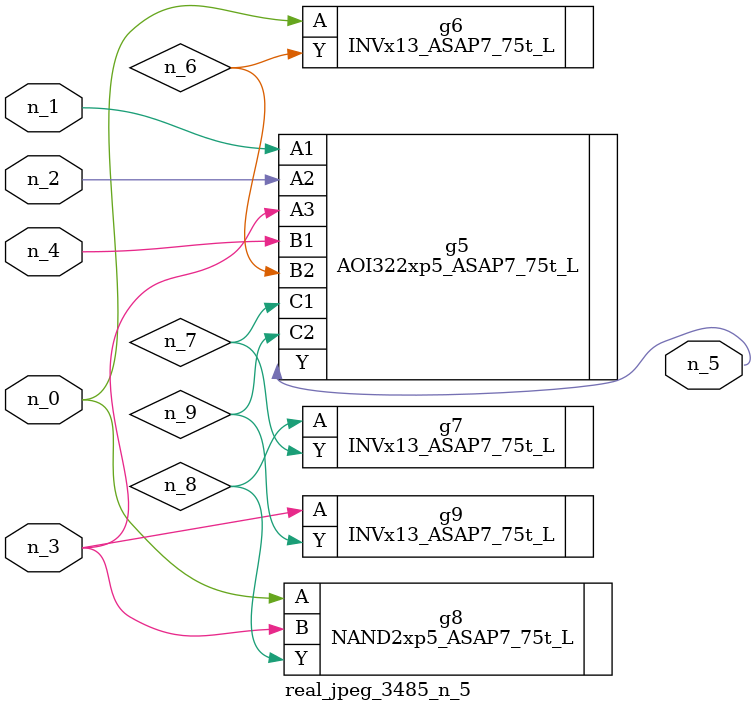
<source format=v>
module real_jpeg_3485_n_5 (n_4, n_0, n_1, n_2, n_3, n_5);

input n_4;
input n_0;
input n_1;
input n_2;
input n_3;

output n_5;

wire n_8;
wire n_6;
wire n_7;
wire n_9;

INVx13_ASAP7_75t_L g6 ( 
.A(n_0),
.Y(n_6)
);

NAND2xp5_ASAP7_75t_L g8 ( 
.A(n_0),
.B(n_3),
.Y(n_8)
);

AOI322xp5_ASAP7_75t_L g5 ( 
.A1(n_1),
.A2(n_2),
.A3(n_3),
.B1(n_4),
.B2(n_6),
.C1(n_7),
.C2(n_9),
.Y(n_5)
);

INVx13_ASAP7_75t_L g9 ( 
.A(n_3),
.Y(n_9)
);

INVx13_ASAP7_75t_L g7 ( 
.A(n_8),
.Y(n_7)
);


endmodule
</source>
